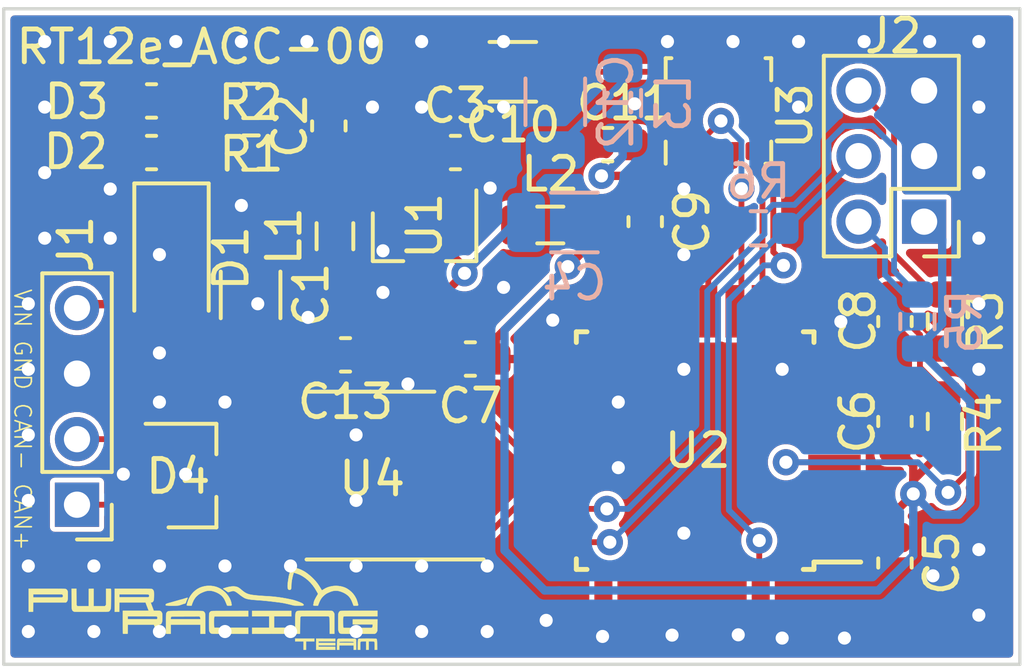
<source format=kicad_pcb>
(kicad_pcb (version 20171130) (host pcbnew "(5.1.9)-1")
  (layers (0 F.Cu signal) (31 B.Cu signal) (34 B.Paste user) (35 F.Paste user) (36 B.SilkS user) (37 F.SilkS user) (38 B.Mask user) (39 F.Mask user) (44 Edge.Cuts user))
  (net 0 "")
  (net 1 GND)
  (net 2 "Net-(C1-Pad1)")
  (net 3 +5V)
  (net 4 +3V3)
  (net 5 "Net-(D2-Pad2)")
  (net 6 "Net-(D3-Pad2)")
  (net 7 /STM32/RESET)
  (net 8 /STM32/SWCLK)
  (net 9 /SWD_connect.sch/SDWIO)
  (net 10 /STM32/DI_IAM_INT)
  (net 11 /CAN/CAN_RX)
  (net 12 /IAM-20680/SDI)
  (net 13 /IAM-20680/SDO)
  (net 14 /IAM-20680/SPC)
  (net 15 /IAM-20680/CS)
  (net 16 "Net-(U3-Pad7)")
  (net 17 /IAM-20680/ACC_V+)
  (net 18 /IAM-20680/REGOUT)
  (net 19 /STM32/STM_V+)
  (net 20 /CAN/CAN_TX)
  (net 21 /CAN+)
  (net 22 /CAN-)
  (net 23 /VIN)
  (net 24 /STM32/STM_RESET)
  (module Package_LGA:LGA-16_3x3mm_P0.5mm_LayoutBorder3x5y (layer F.Cu) (at 157.5562 83.6168 90)
    (fp_text reference U3 (at -0.1524 2.3368 90) (layer F.SilkS))
    (fp_text value IAM-20680)
    (pad 1 smd roundrect (at -1.225 -1 90) (size 0.55 0.35) (layers F.Cu F.Paste F.Mask) (net 17 /IAM-20680/ACC_V+))
    (pad 2 smd roundrect (at -1.225 -0.5 90) (size 0.55 0.35) (layers F.Cu F.Paste F.Mask) (net 14 /IAM-20680/SPC))
    (pad 3 smd roundrect (at -1.225 0 90) (size 0.55 0.35) (layers F.Cu F.Paste F.Mask) (net 12 /IAM-20680/SDI))
    (pad 4 smd roundrect (at -1.225 0.5 90) (size 0.55 0.35) (layers F.Cu F.Paste F.Mask) (net 13 /IAM-20680/SDO))
    (pad 5 smd roundrect (at -1.225 1 90) (size 0.55 0.35) (layers F.Cu F.Paste F.Mask) (net 15 /IAM-20680/CS))
    (pad 6 smd roundrect (at -0.5 1.225 90) (size 0.35 0.55) (layers F.Cu F.Paste F.Mask) (net 10 /STM32/DI_IAM_INT))
    (pad 7 smd roundrect (at 0 1.225 90) (size 0.35 0.55) (layers F.Cu F.Paste F.Mask) (net 16 "Net-(U3-Pad7)"))
    (pad 8 smd roundrect (at 0.5 1.225 90) (size 0.35 0.55) (layers F.Cu F.Paste F.Mask) (net 1 GND))
    (pad 9 smd roundrect (at 1.225 1 90) (size 0.55 0.35) (layers F.Cu F.Paste F.Mask) (net 1 GND))
    (pad 10 smd roundrect (at 1.225 0.5 90) (size 0.55 0.35) (layers F.Cu F.Paste F.Mask) (net 1 GND))
    (pad 11 smd roundrect (at 1.225 0 90) (size 0.55 0.35) (layers F.Cu F.Paste F.Mask) (net 1 GND))
    (pad 12 smd roundrect (at 1.225 -0.5 90) (size 0.55 0.35) (layers F.Cu F.Paste F.Mask) (net 1 GND))
    (pad 13 smd roundrect (at 1.225 -1 90) (size 0.55 0.35) (layers F.Cu F.Paste F.Mask) (net 1 GND))
    (pad 14 smd roundrect (at 0.5 -1.225 90) (size 0.35 0.55) (layers F.Cu F.Paste F.Mask) (net 18 /IAM-20680/REGOUT))
    (pad 15 smd roundrect (at 0 -1.225 90) (size 0.35 0.55) (layers F.Cu F.Paste F.Mask) (net 1 GND))
    (pad 16 smd roundrect (at -0.5 -1.225 90) (size 0.35 0.55) (layers F.Cu F.Paste F.Mask) (net 17 /IAM-20680/ACC_V+))
  )
  (module Capacitor_SMD:C_0603_1608Metric (layer F.Cu) (at 145.669 84.074 90)
    (fp_text reference C2 (at 0 -1.1938 270) (layer F.SilkS))
    (fp_text value 100nF)
    (pad 2 smd roundrect (at 0.775 0 90) (size 0.9 0.95) (layers F.Cu F.Paste F.Mask) (net 1 GND))
    (pad 1 smd roundrect (at -0.775 0 90) (size 0.9 0.95) (layers F.Cu F.Paste F.Mask) (net 3 +5V))
  )
  (module LOGO:PWR_logo_11x2,5 (layer F.Cu) (at 143.51 98.806)
    (fp_text reference Ref** hide)
    (fp_text value Val** hide)
  )
  (module Capacitor_SMD:C_0603_1608Metric (layer F.Cu) (at 162.941 90.043 270)
    (fp_text reference C8 (at -0.0254 1.1176 270) (layer F.SilkS))
    (fp_text value 100nF)
    (pad 1 smd roundrect (at -0.775 0 270) (size 0.9 0.95) (layers F.Cu F.Paste F.Mask) (net 24 /STM32/STM_RESET))
    (pad 2 smd roundrect (at 0.775 0 270) (size 0.9 0.95) (layers F.Cu F.Paste F.Mask) (net 1 GND))
  )
  (module Capacitor_SMD:C_0603_1608Metric (layer F.Cu) (at 162.941 97.409 270)
    (fp_text reference C5 (at 0 -1.43 90) (layer F.SilkS))
    (fp_text value 100nF)
    (pad 2 smd roundrect (at 0.775 0 270) (size 0.9 0.95) (layers F.Cu F.Paste F.Mask) (net 1 GND))
    (pad 1 smd roundrect (at -0.775 0 270) (size 0.9 0.95) (layers F.Cu F.Paste F.Mask) (net 19 /STM32/STM_V+))
  )
  (module Package_QFP:TQFP-32_7x7mm_P0.8mm (layer F.Cu) (at 156.845 93.98 180)
    (fp_text reference U2 (at -0.0762 0) (layer F.SilkS))
    (fp_text value STM32F042K6Tx)
    (pad 1 smd rect (at -4.25 -2.8 180) (size 1.6 0.55) (layers F.Cu F.Paste F.Mask) (net 19 /STM32/STM_V+))
    (pad 2 smd rect (at -4.25 -2 180) (size 1.6 0.55) (layers F.Cu F.Paste F.Mask) (net 1 GND))
    (pad 3 smd rect (at -4.25 -1.2 180) (size 1.6 0.55) (layers F.Cu F.Paste F.Mask) (net 1 GND))
    (pad 4 smd rect (at -4.25 -0.4 180) (size 1.6 0.55) (layers F.Cu F.Paste F.Mask) (net 24 /STM32/STM_RESET))
    (pad 5 smd rect (at -4.25 0.4 180) (size 1.6 0.55) (layers F.Cu F.Paste F.Mask) (net 19 /STM32/STM_V+))
    (pad 6 smd rect (at -4.25 1.2 180) (size 1.6 0.55) (layers F.Cu F.Paste F.Mask) (net 1 GND))
    (pad 7 smd rect (at -4.25 2 180) (size 1.6 0.55) (layers F.Cu F.Paste F.Mask) (net 1 GND))
    (pad 8 smd rect (at -4.25 2.8 180) (size 1.6 0.55) (layers F.Cu F.Paste F.Mask) (net 1 GND))
    (pad 9 smd rect (at -2.8 4.25 270) (size 1.6 0.55) (layers F.Cu F.Paste F.Mask) (net 1 GND))
    (pad 10 smd rect (at -2 4.25 270) (size 1.6 0.55) (layers F.Cu F.Paste F.Mask) (net 15 /IAM-20680/CS))
    (pad 11 smd rect (at -1.2 4.25 270) (size 1.6 0.55) (layers F.Cu F.Paste F.Mask) (net 14 /IAM-20680/SPC))
    (pad 12 smd rect (at -0.4 4.25 270) (size 1.6 0.55) (layers F.Cu F.Paste F.Mask) (net 13 /IAM-20680/SDO))
    (pad 13 smd rect (at 0.4 4.25 270) (size 1.6 0.55) (layers F.Cu F.Paste F.Mask) (net 12 /IAM-20680/SDI))
    (pad 14 smd rect (at 1.2 4.25 270) (size 1.6 0.55) (layers F.Cu F.Paste F.Mask) (net 1 GND))
    (pad 15 smd rect (at 2 4.25 270) (size 1.6 0.55) (layers F.Cu F.Paste F.Mask) (net 1 GND))
    (pad 16 smd rect (at 2.8 4.25 270) (size 1.6 0.55) (layers F.Cu F.Paste F.Mask) (net 1 GND))
    (pad 17 smd rect (at 4.25 2.8 180) (size 1.6 0.55) (layers F.Cu F.Paste F.Mask) (net 19 /STM32/STM_V+))
    (pad 18 smd rect (at 4.25 2 180) (size 1.6 0.55) (layers F.Cu F.Paste F.Mask) (net 1 GND))
    (pad 19 smd rect (at 4.25 1.2 180) (size 1.6 0.55) (layers F.Cu F.Paste F.Mask) (net 1 GND))
    (pad 20 smd rect (at 4.25 0.4 180) (size 1.6 0.55) (layers F.Cu F.Paste F.Mask) (net 1 GND))
    (pad 21 smd rect (at 4.25 -0.4 180) (size 1.6 0.55) (layers F.Cu F.Paste F.Mask) (net 11 /CAN/CAN_RX))
    (pad 22 smd rect (at 4.25 -1.2 180) (size 1.6 0.55) (layers F.Cu F.Paste F.Mask) (net 20 /CAN/CAN_TX))
    (pad 23 smd rect (at 4.25 -2 180) (size 1.6 0.55) (layers F.Cu F.Paste F.Mask) (net 9 /SWD_connect.sch/SDWIO))
    (pad 24 smd rect (at 4.25 -2.8 180) (size 1.6 0.55) (layers F.Cu F.Paste F.Mask) (net 8 /STM32/SWCLK))
    (pad 25 smd rect (at 2.8 -4.25 270) (size 1.6 0.55) (layers F.Cu F.Paste F.Mask))
    (pad 26 smd rect (at 2 -4.25 270) (size 1.6 0.55) (layers F.Cu F.Paste F.Mask) (net 1 GND))
    (pad 27 smd rect (at 1.2 -4.25 270) (size 1.6 0.55) (layers F.Cu F.Paste F.Mask) (net 1 GND))
    (pad 28 smd rect (at 0.4 -4.25 270) (size 1.6 0.55) (layers F.Cu F.Paste F.Mask) (net 1 GND))
    (pad 29 smd rect (at -0.4 -4.25 270) (size 1.6 0.55) (layers F.Cu F.Paste F.Mask) (net 1 GND))
    (pad 30 smd rect (at -1.2 -4.25 270) (size 1.6 0.55) (layers F.Cu F.Paste F.Mask) (net 1 GND))
    (pad 31 smd rect (at -2 -4.25 270) (size 1.6 0.55) (layers F.Cu F.Paste F.Mask) (net 10 /STM32/DI_IAM_INT))
    (pad 32 smd rect (at -2.8 -4.25 270) (size 1.6 0.55) (layers F.Cu F.Paste F.Mask) (net 1 GND))
  )
  (module Resistor_SMD:R_0603_1608Metric (layer B.Cu) (at 163.6268 90.043 90)
    (fp_text reference R5 (at 0 1.43 90) (layer B.SilkS) (effects (justify mirror)))
    (fp_text value 10K)
    (pad 2 smd roundrect (at 0.825 0 90) (size 0.8 0.95) (layers B.Cu B.Paste B.Mask) (net 9 /SWD_connect.sch/SDWIO))
    (pad 1 smd roundrect (at -0.825 0 90) (size 0.8 0.95) (layers B.Cu B.Paste B.Mask) (net 19 /STM32/STM_V+))
  )
  (module Resistor_SMD:R_0603_1608Metric (layer B.Cu) (at 158.7754 87.1982 180)
    (fp_text reference R6 (at 0 1.43) (layer B.SilkS) (effects (justify mirror)))
    (fp_text value 10K)
    (pad 1 smd roundrect (at -0.825 0 180) (size 0.8 0.95) (layers B.Cu B.Paste B.Mask) (net 8 /STM32/SWCLK))
    (pad 2 smd roundrect (at 0.825 0 180) (size 0.8 0.95) (layers B.Cu B.Paste B.Mask) (net 1 GND))
  )
  (module Package_TO_SOT_SMD:SOT-23 (layer F.Cu) (at 148.59 87.4395 270)
    (fp_text reference U1 (at -0.3175 0 270) (layer F.SilkS))
    (fp_text value LM1085-3.3)
    (pad 1 smd rect (at -1 -0.95 270) (size 0.9 0.8) (layers F.Cu F.Paste F.Mask) (net 1 GND))
    (pad 2 smd rect (at -1 0.95 270) (size 0.9 0.8) (layers F.Cu F.Paste F.Mask) (net 4 +3V3))
    (pad 3 smd rect (at 1 0 270) (size 0.9 0.8) (layers F.Cu F.Paste F.Mask) (net 3 +5V))
  )
  (module Capacitor_SMD:C_1206_3216Metric (layer F.Cu) (at 143.2814 89.2302 270)
    (fp_text reference C1 (at 0 -1.85 270) (layer F.SilkS))
    (fp_text value 10uF)
    (pad 1 smd roundrect (at -1.475 0 270) (size 1.15 1.8) (layers F.Cu F.Paste F.Mask) (roundrect_rratio 0.2173904347826087) (net 2 "Net-(C1-Pad1)"))
    (pad 2 smd roundrect (at 1.475 0 270) (size 1.15 1.8) (layers F.Cu F.Paste F.Mask) (roundrect_rratio 0.2173904347826087) (net 1 GND))
  )
  (module Capacitor_SMD:C_0603_1608Metric (layer F.Cu) (at 149.5298 84.8868)
    (fp_text reference C3 (at 0 -1.43 180) (layer F.SilkS))
    (fp_text value 100nF)
    (pad 2 smd roundrect (at 0.775 0) (size 0.9 0.95) (layers F.Cu F.Paste F.Mask) (net 1 GND))
    (pad 1 smd roundrect (at -0.775 0) (size 0.9 0.95) (layers F.Cu F.Paste F.Mask) (net 4 +3V3))
  )
  (module Capacitor_SMD:C_1206_3216Metric (layer B.Cu) (at 153.162 87.0204)
    (fp_text reference C4 (at 0 1.85 180) (layer B.SilkS) (effects (justify mirror)))
    (fp_text value 1uF)
    (pad 2 smd roundrect (at 1.475 0) (size 1.15 1.8) (layers B.Cu B.Paste B.Mask) (roundrect_rratio 0.2173904347826087) (net 1 GND))
    (pad 1 smd roundrect (at -1.475 0) (size 1.15 1.8) (layers B.Cu B.Paste B.Mask) (roundrect_rratio 0.2173904347826087) (net 4 +3V3))
  )
  (module Capacitor_SMD:C_0603_1608Metric (layer F.Cu) (at 162.941 93.091 90)
    (fp_text reference C6 (at 0 -1.143 90) (layer F.SilkS))
    (fp_text value 100nF)
    (pad 2 smd roundrect (at 0.775 0 90) (size 0.9 0.95) (layers F.Cu F.Paste F.Mask) (net 1 GND))
    (pad 1 smd roundrect (at -0.775 0 90) (size 0.9 0.95) (layers F.Cu F.Paste F.Mask) (net 19 /STM32/STM_V+))
  )
  (module Capacitor_SMD:C_0603_1608Metric (layer F.Cu) (at 149.987 91.186 180)
    (fp_text reference C7 (at 0 -1.43) (layer F.SilkS))
    (fp_text value 100nF)
    (pad 1 smd roundrect (at -0.775 0 180) (size 0.9 0.95) (layers F.Cu F.Paste F.Mask) (net 19 /STM32/STM_V+))
    (pad 2 smd roundrect (at 0.775 0 180) (size 0.9 0.95) (layers F.Cu F.Paste F.Mask) (net 1 GND))
  )
  (module Capacitor_SMD:C_0603_1608Metric (layer F.Cu) (at 155.321 86.995 270)
    (fp_text reference C9 (at 0 -1.43 90) (layer F.SilkS))
    (fp_text value 100nF)
    (pad 2 smd roundrect (at 0.775 0 270) (size 0.9 0.95) (layers F.Cu F.Paste F.Mask) (net 1 GND))
    (pad 1 smd roundrect (at -0.775 0 270) (size 0.9 0.95) (layers F.Cu F.Paste F.Mask) (net 17 /IAM-20680/ACC_V+))
  )
  (module Capacitor_SMD:C_1206_3216Metric (layer F.Cu) (at 151.2824 82.423 180)
    (fp_text reference C10 (at 0 -1.6256) (layer F.SilkS))
    (fp_text value 0.47uF)
    (pad 1 smd roundrect (at -1.475 0 180) (size 1.15 1.8) (layers F.Cu F.Paste F.Mask) (roundrect_rratio 0.2173904347826087) (net 18 /IAM-20680/REGOUT))
    (pad 2 smd roundrect (at 1.475 0 180) (size 1.15 1.8) (layers F.Cu F.Paste F.Mask) (roundrect_rratio 0.2173904347826087) (net 1 GND))
  )
  (module Capacitor_SMD:C_0603_1608Metric (layer F.Cu) (at 154.178 84.6455 180)
    (fp_text reference C11 (at -0.508 1.27) (layer F.SilkS))
    (fp_text value 100nF)
    (pad 1 smd roundrect (at -0.775 0 180) (size 0.9 0.95) (layers F.Cu F.Paste F.Mask) (net 17 /IAM-20680/ACC_V+))
    (pad 2 smd roundrect (at 0.775 0 180) (size 0.9 0.95) (layers F.Cu F.Paste F.Mask) (net 1 GND))
  )
  (module Capacitor_SMD:C_1206_3216Metric (layer B.Cu) (at 152.5778 83.3374 90)
    (fp_text reference C12 (at 0 1.85 90) (layer B.SilkS) (effects (justify mirror)))
    (fp_text value 10uF)
    (pad 1 smd roundrect (at -1.475 0 90) (size 1.15 1.8) (layers B.Cu B.Paste B.Mask) (roundrect_rratio 0.2173904347826087) (net 4 +3V3))
    (pad 2 smd roundrect (at 1.475 0 90) (size 1.15 1.8) (layers B.Cu B.Paste B.Mask) (roundrect_rratio 0.2173904347826087) (net 1 GND))
  )
  (module Capacitor_SMD:C_0603_1608Metric (layer F.Cu) (at 146.177 91.059 180)
    (fp_text reference C13 (at 0 -1.43) (layer F.SilkS))
    (fp_text value 100nF)
    (pad 1 smd roundrect (at -0.775 0 180) (size 0.9 0.95) (layers F.Cu F.Paste F.Mask) (net 4 +3V3))
    (pad 2 smd roundrect (at 0.775 0 180) (size 0.9 0.95) (layers F.Cu F.Paste F.Mask) (net 1 GND))
  )
  (module Diode_SMD:D_1206_3216Metric (layer F.Cu) (at 140.8684 88.1126 270)
    (fp_text reference D1 (at 0 -1.82 90) (layer F.SilkS))
    (fp_text value D)
    (pad 1 smd roundrect (at -1.4 0 270) (size 1.25 1.75) (layers F.Cu F.Paste F.Mask) (roundrect_rratio 0.2) (net 2 "Net-(C1-Pad1)"))
    (pad 2 smd roundrect (at 1.4 0 270) (size 1.25 1.75) (layers F.Cu F.Paste F.Mask) (roundrect_rratio 0.2) (net 23 /VIN))
  )
  (module Capacitor_SMD:C_0603_1608Metric (layer F.Cu) (at 140.2588 84.8868)
    (fp_text reference D2 (at -2.3114 -0.0254) (layer F.SilkS))
    (fp_text value D)
    (pad 2 smd roundrect (at 0.775 0) (size 0.9 0.95) (layers F.Cu F.Paste F.Mask) (net 5 "Net-(D2-Pad2)"))
    (pad 1 smd roundrect (at -0.775 0) (size 0.9 0.95) (layers F.Cu F.Paste F.Mask) (net 1 GND))
  )
  (module Capacitor_SMD:C_0603_1608Metric (layer F.Cu) (at 140.2588 83.312)
    (fp_text reference D3 (at -2.286 0.0254) (layer F.SilkS))
    (fp_text value D)
    (pad 2 smd roundrect (at 0.775 0) (size 0.9 0.95) (layers F.Cu F.Paste F.Mask) (net 6 "Net-(D3-Pad2)"))
    (pad 1 smd roundrect (at -0.775 0) (size 0.9 0.95) (layers F.Cu F.Paste F.Mask) (net 1 GND))
  )
  (module Package_TO_SOT_SMD:SOT-23 (layer F.Cu) (at 141.478 94.742)
    (fp_text reference D4 (at -0.4064 0.0254) (layer F.SilkS))
    (fp_text value NUP2105L)
    (pad 3 smd rect (at 1 0) (size 0.9 0.8) (layers F.Cu F.Paste F.Mask) (net 1 GND))
    (pad 2 smd rect (at -1 0.95) (size 0.9 0.8) (layers F.Cu F.Paste F.Mask) (net 21 /CAN+))
    (pad 1 smd rect (at -1 -0.95) (size 0.9 0.8) (layers F.Cu F.Paste F.Mask) (net 22 /CAN-))
  )
  (module Connector_PinHeader_2.00mm:PinHeader_1x04_P2.00mm_Vertical (layer F.Cu) (at 137.9855 95.631 180)
    (fp_text reference J1 (at 0.0381 7.9502 90) (layer F.SilkS))
    (fp_text value 5V_CAN)
    (pad 1 thru_hole rect (at 0 0 180) (size 1.35 1.35) (drill 0.8) (layers *.Cu *.Mask) (net 21 /CAN+))
    (pad 2 thru_hole oval (at 0 2 180) (size 1.35 1.35) (drill 0.8) (layers *.Cu *.Mask) (net 22 /CAN-))
    (pad 3 thru_hole oval (at 0 4 180) (size 1.35 1.35) (drill 0.8) (layers *.Cu *.Mask) (net 1 GND))
    (pad 4 thru_hole oval (at 0 6 180) (size 1.35 1.35) (drill 0.8) (layers *.Cu *.Mask) (net 23 /VIN))
  )
  (module Connector_PinHeader_2.00mm:PinHeader_2x03_P2.00mm_Vertical (layer F.Cu) (at 163.83 86.995 180)
    (fp_text reference J2 (at 0.9398 5.6642) (layer F.SilkS))
    (fp_text value SWD)
    (pad 1 thru_hole rect (at 0 0 180) (size 1.35 1.35) (drill 0.8) (layers *.Cu *.Mask) (net 19 /STM32/STM_V+))
    (pad 2 thru_hole oval (at 2 0 180) (size 1.35 1.35) (drill 0.8) (layers *.Cu *.Mask) (net 9 /SWD_connect.sch/SDWIO))
    (pad 3 thru_hole oval (at 0 2 180) (size 1.35 1.35) (drill 0.8) (layers *.Cu *.Mask) (net 1 GND))
    (pad 4 thru_hole oval (at 2 2 180) (size 1.35 1.35) (drill 0.8) (layers *.Cu *.Mask) (net 8 /STM32/SWCLK))
    (pad 5 thru_hole oval (at 0 4 180) (size 1.35 1.35) (drill 0.8) (layers *.Cu *.Mask) (net 1 GND))
    (pad 6 thru_hole oval (at 2 4 180) (size 1.35 1.35) (drill 0.8) (layers *.Cu *.Mask) (net 7 /STM32/RESET))
  )
  (module Inductor_SMD:L_0805_2012Metric (layer F.Cu) (at 145.855001 87.4395 90)
    (fp_text reference L1 (at 0 -1.55 270) (layer F.SilkS))
    (fp_text value L)
    (pad 1 smd roundrect (at -1.0625 0 90) (size 0.875 1.2) (layers F.Cu F.Paste F.Mask) (net 2 "Net-(C1-Pad1)"))
    (pad 2 smd roundrect (at 1.0625 0 90) (size 0.875 1.2) (layers F.Cu F.Paste F.Mask) (net 3 +5V))
  )
  (module Inductor_SMD:L_0805_2012Metric (layer F.Cu) (at 152.4254 87.0966)
    (fp_text reference L2 (at 0 -1.55 180) (layer F.SilkS))
    (fp_text value L)
    (pad 2 smd roundrect (at 1.0625 0) (size 0.875 1.2) (layers F.Cu F.Paste F.Mask) (net 19 /STM32/STM_V+))
    (pad 1 smd roundrect (at -1.0625 0) (size 0.875 1.2) (layers F.Cu F.Paste F.Mask) (net 4 +3V3))
  )
  (module Inductor_SMD:L_0805_2012Metric (layer B.Cu) (at 154.6352 83.3755 90)
    (fp_text reference L3 (at 0 1.55 90) (layer B.SilkS) (effects (justify mirror)))
    (fp_text value L)
    (pad 1 smd roundrect (at -1.0625 0 90) (size 0.875 1.2) (layers B.Cu B.Paste B.Mask) (net 17 /IAM-20680/ACC_V+))
    (pad 2 smd roundrect (at 1.0625 0 90) (size 0.875 1.2) (layers B.Cu B.Paste B.Mask) (net 4 +3V3))
  )
  (module Package_SO:SOIC-8_3.9x4.9mm_P1.27mm (layer F.Cu) (at 146.939 94.742 180)
    (fp_text reference U4 (at -0.0508 -0.1016) (layer F.SilkS))
    (fp_text value SN65HVD230)
    (pad 1 smd roundrect (at -2.475 -1.905 180) (size 1.95 0.6) (layers F.Cu F.Paste F.Mask) (net 20 /CAN/CAN_TX))
    (pad 2 smd roundrect (at -2.475 -0.635 180) (size 1.95 0.6) (layers F.Cu F.Paste F.Mask) (net 1 GND))
    (pad 3 smd roundrect (at -2.475 0.635 180) (size 1.95 0.6) (layers F.Cu F.Paste F.Mask) (net 4 +3V3))
    (pad 4 smd roundrect (at -2.475 1.905 180) (size 1.95 0.6) (layers F.Cu F.Paste F.Mask) (net 11 /CAN/CAN_RX))
    (pad 5 smd roundrect (at 2.475 1.905 180) (size 1.95 0.6) (layers F.Cu F.Paste F.Mask))
    (pad 6 smd roundrect (at 2.475 0.635 180) (size 1.95 0.6) (layers F.Cu F.Paste F.Mask) (net 22 /CAN-))
    (pad 7 smd roundrect (at 2.475 -0.635 180) (size 1.95 0.6) (layers F.Cu F.Paste F.Mask) (net 21 /CAN+))
    (pad 8 smd roundrect (at 2.475 -1.905 180) (size 1.95 0.6) (layers F.Cu F.Paste F.Mask) (net 1 GND))
  )
  (module Resistor_SMD:R_0603_1608Metric (layer F.Cu) (at 143.2938 84.8868 180)
    (fp_text reference R1 (at -0.013 -0.0508) (layer F.SilkS))
    (fp_text value 270)
    (pad 2 smd roundrect (at 0.825 0 180) (size 0.8 0.95) (layers F.Cu F.Paste F.Mask) (net 5 "Net-(D2-Pad2)"))
    (pad 1 smd roundrect (at -0.825 0 180) (size 0.8 0.95) (layers F.Cu F.Paste F.Mask) (net 3 +5V))
  )
  (module Resistor_SMD:R_0603_1608Metric (layer F.Cu) (at 143.2938 83.312 180)
    (fp_text reference R2 (at 0.0124 -0.0508) (layer F.SilkS))
    (fp_text value 150)
    (pad 1 smd roundrect (at -0.825 0 180) (size 0.8 0.95) (layers F.Cu F.Paste F.Mask) (net 4 +3V3))
    (pad 2 smd roundrect (at 0.825 0 180) (size 0.8 0.95) (layers F.Cu F.Paste F.Mask) (net 6 "Net-(D3-Pad2)"))
  )
  (module Resistor_SMD:R_0603_1608Metric (layer F.Cu) (at 164.465 90.043 90)
    (fp_text reference R3 (at -0.0254 1.2446 90) (layer F.SilkS))
    (fp_text value 100)
    (pad 1 smd roundrect (at -0.825 0 90) (size 0.8 0.95) (layers F.Cu F.Paste F.Mask) (net 24 /STM32/STM_RESET))
    (pad 2 smd roundrect (at 0.825 0 90) (size 0.8 0.95) (layers F.Cu F.Paste F.Mask) (net 7 /STM32/RESET))
  )
  (module Resistor_SMD:R_0603_1608Metric (layer F.Cu) (at 164.465 93.091 90)
    (fp_text reference R4 (at -0.0762 1.1938 90) (layer F.SilkS))
    (fp_text value 10K)
    (pad 2 smd roundrect (at 0.825 0 90) (size 0.8 0.95) (layers F.Cu F.Paste F.Mask) (net 24 /STM32/STM_RESET))
    (pad 1 smd roundrect (at -0.825 0 90) (size 0.8 0.95) (layers F.Cu F.Paste F.Mask) (net 19 /STM32/STM_V+))
  )
  (gr_text RT12e_ACC-00 (at 141.7828 81.661) (layer F.SilkS) (effects (font (size 1 1))))
  (gr_text "VIN GND CAN- CAN+" (at 136.3218 93.0402 270) (layer F.SilkS) (effects (font (size 0.5 0.5) (thickness 0.05))))
  (gr_line (start 166.75 80.5) (end 166.75 100.5) (layer Edge.Cuts) (width 0.1))
  (gr_line (start 135.75 80.5) (end 166.75 80.5) (layer Edge.Cuts) (width 0.1))
  (gr_line (start 135.75 100.5) (end 135.75 80.5) (layer Edge.Cuts) (width 0.1))
  (gr_line (start 166.75 100.5) (end 135.75 100.5) (layer Edge.Cuts) (width 0.1))
  (via (at 150.59 85.97) (size 0.8) (drill 0.4) (layers F.Cu B.Cu) (net 1))
  (via (at 161.29 90.043) (size 0.8) (drill 0.4) (layers F.Cu B.Cu) (net 1))
  (segment (start 162.991 90.818) (end 162.941 90.868) (width 0.1778) (layer F.Cu) (net 1))
  (via (at 137 81.5) (size 0.8) (drill 0.4) (layers F.Cu B.Cu) (net 1))
  (via (at 139 81.5) (size 0.8) (drill 0.4) (layers F.Cu B.Cu) (net 1))
  (via (at 141 81.5) (size 0.8) (drill 0.4) (layers F.Cu B.Cu) (net 1))
  (via (at 143 81.5) (size 0.8) (drill 0.4) (layers F.Cu B.Cu) (net 1))
  (via (at 145 81.5) (size 0.8) (drill 0.4) (layers F.Cu B.Cu) (net 1))
  (via (at 147 81.5) (size 0.8) (drill 0.4) (layers F.Cu B.Cu) (net 1))
  (via (at 148.5 81.5) (size 0.8) (drill 0.4) (layers F.Cu B.Cu) (net 1))
  (via (at 137 83.5) (size 0.8) (drill 0.4) (layers F.Cu B.Cu) (net 1))
  (via (at 137 85.5) (size 0.8) (drill 0.4) (layers F.Cu B.Cu) (net 1))
  (via (at 137 87.5) (size 0.8) (drill 0.4) (layers F.Cu B.Cu) (net 1))
  (via (at 139 87.5) (size 0.8) (drill 0.4) (layers F.Cu B.Cu) (net 1))
  (via (at 139 86) (size 0.8) (drill 0.4) (layers F.Cu B.Cu) (net 1))
  (via (at 136.5 89.5) (size 0.8) (drill 0.4) (layers F.Cu B.Cu) (net 1))
  (via (at 136.5 91.5) (size 0.8) (drill 0.4) (layers F.Cu B.Cu) (net 1))
  (via (at 136.5 93.5) (size 0.8) (drill 0.4) (layers F.Cu B.Cu) (net 1))
  (via (at 136.5 95.5) (size 0.8) (drill 0.4) (layers F.Cu B.Cu) (net 1))
  (via (at 136.5 97.5) (size 0.8) (drill 0.4) (layers F.Cu B.Cu) (net 1))
  (via (at 136.5 99.5) (size 0.8) (drill 0.4) (layers F.Cu B.Cu) (net 1))
  (via (at 138.5 99.5) (size 0.8) (drill 0.4) (layers F.Cu B.Cu) (net 1))
  (via (at 138.5 97.5) (size 0.8) (drill 0.4) (layers F.Cu B.Cu) (net 1))
  (via (at 140.5 97.5) (size 0.8) (drill 0.4) (layers F.Cu B.Cu) (net 1))
  (via (at 140.5 99.5) (size 0.8) (drill 0.4) (layers F.Cu B.Cu) (net 1))
  (via (at 142.5 99.5) (size 0.8) (drill 0.4) (layers F.Cu B.Cu) (net 1))
  (via (at 142.5 97.5) (size 0.8) (drill 0.4) (layers F.Cu B.Cu) (net 1))
  (via (at 144.5 97.5) (size 0.8) (drill 0.4) (layers F.Cu B.Cu) (net 1))
  (via (at 144.5 99.5) (size 0.8) (drill 0.4) (layers F.Cu B.Cu) (net 1))
  (via (at 146.5 99.5) (size 0.8) (drill 0.4) (layers F.Cu B.Cu) (net 1))
  (via (at 146.5 97.5) (size 0.8) (drill 0.4) (layers F.Cu B.Cu) (net 1))
  (via (at 148.5 97.5) (size 0.8) (drill 0.4) (layers F.Cu B.Cu) (net 1))
  (via (at 148.5 99.5) (size 0.8) (drill 0.4) (layers F.Cu B.Cu) (net 1))
  (via (at 150.5 99.5) (size 0.8) (drill 0.4) (layers F.Cu B.Cu) (net 1))
  (via (at 150.5 97.5) (size 0.8) (drill 0.4) (layers F.Cu B.Cu) (net 1))
  (via (at 165.5 99) (size 0.8) (drill 0.4) (layers F.Cu B.Cu) (net 1))
  (via (at 165.5 97) (size 0.8) (drill 0.4) (layers F.Cu B.Cu) (net 1))
  (via (at 154.5 94.5) (size 0.8) (drill 0.4) (layers F.Cu B.Cu) (net 1))
  (via (at 154.5 92.5) (size 0.8) (drill 0.4) (layers F.Cu B.Cu) (net 1))
  (via (at 156.5 91.5) (size 0.8) (drill 0.4) (layers F.Cu B.Cu) (net 1))
  (via (at 156.5 96.5) (size 0.8) (drill 0.4) (layers F.Cu B.Cu) (net 1))
  (via (at 159.5 91.5) (size 0.8) (drill 0.4) (layers F.Cu B.Cu) (net 1))
  (via (at 147 83.5) (size 0.8) (drill 0.4) (layers F.Cu B.Cu) (net 1))
  (via (at 148.5 83.5) (size 0.8) (drill 0.4) (layers F.Cu B.Cu) (net 1))
  (via (at 151 83.5) (size 0.8) (drill 0.4) (layers F.Cu B.Cu) (net 1))
  (via (at 151 81.5) (size 0.8) (drill 0.4) (layers F.Cu B.Cu) (net 1))
  (via (at 143 86.5) (size 0.8) (drill 0.4) (layers F.Cu B.Cu) (net 1))
  (via (at 143.5 89.5) (size 0.8) (drill 0.4) (layers F.Cu B.Cu) (net 1))
  (via (at 140.5 88) (size 0.8) (drill 0.4) (layers F.Cu B.Cu) (net 1))
  (via (at 140.5 91) (size 0.8) (drill 0.4) (layers F.Cu B.Cu) (net 1))
  (via (at 140.5 92.5) (size 0.8) (drill 0.4) (layers F.Cu B.Cu) (net 1))
  (via (at 142.5 92.5) (size 0.8) (drill 0.4) (layers F.Cu B.Cu) (net 1))
  (via (at 146.5 95.5) (size 0.8) (drill 0.4) (layers F.Cu B.Cu) (net 1))
  (via (at 146.5 93.5) (size 0.8) (drill 0.4) (layers F.Cu B.Cu) (net 1))
  (via (at 151 89) (size 0.8) (drill 0.4) (layers F.Cu B.Cu) (net 1))
  (via (at 156.5 88) (size 0.8) (drill 0.4) (layers F.Cu B.Cu) (net 1))
  (via (at 156.5 86) (size 0.8) (drill 0.4) (layers F.Cu B.Cu) (net 1))
  (via (at 160 83.5) (size 0.8) (drill 0.4) (layers F.Cu B.Cu) (net 1))
  (via (at 160 81.5) (size 0.8) (drill 0.4) (layers F.Cu B.Cu) (net 1))
  (via (at 158 81.5) (size 0.8) (drill 0.4) (layers F.Cu B.Cu) (net 1))
  (via (at 156 81.5) (size 0.8) (drill 0.4) (layers F.Cu B.Cu) (net 1))
  (via (at 162 81.5) (size 0.8) (drill 0.4) (layers F.Cu B.Cu) (net 1))
  (via (at 164 81.5) (size 0.8) (drill 0.4) (layers F.Cu B.Cu) (net 1))
  (via (at 165.5 81.5) (size 0.8) (drill 0.4) (layers F.Cu B.Cu) (net 1))
  (via (at 165.5 83.5) (size 0.8) (drill 0.4) (layers F.Cu B.Cu) (net 1))
  (via (at 165.5 85.5) (size 0.8) (drill 0.4) (layers F.Cu B.Cu) (net 1))
  (via (at 165.5 87.5) (size 0.8) (drill 0.4) (layers F.Cu B.Cu) (net 1))
  (via (at 165.5 89.5) (size 0.8) (drill 0.4) (layers F.Cu B.Cu) (net 1))
  (via (at 165.5 91.5) (size 0.8) (drill 0.4) (layers F.Cu B.Cu) (net 1))
  (via (at 152.5 90) (size 0.8) (drill 0.4) (layers F.Cu B.Cu) (net 1))
  (via (at 147.32 87.884) (size 0.8) (drill 0.4) (layers F.Cu B.Cu) (net 1))
  (via (at 147.32 89.154) (size 0.8) (drill 0.4) (layers F.Cu B.Cu) (net 1))
  (via (at 145.034 89.916) (size 0.8) (drill 0.4) (layers F.Cu B.Cu) (net 1))
  (via (at 148.082 91.948) (size 0.8) (drill 0.4) (layers F.Cu B.Cu) (net 1))
  (via (at 159.5 99.7) (size 0.8) (drill 0.4) (layers F.Cu B.Cu) (net 1))
  (via (at 161.4 99.7) (size 0.8) (drill 0.4) (layers F.Cu B.Cu) (net 1))
  (via (at 141.3 94.7) (size 0.8) (drill 0.4) (layers F.Cu B.Cu) (net 1))
  (via (at 139.4 94.7) (size 0.8) (drill 0.4) (layers F.Cu B.Cu) (net 1))
  (via (at 155 83.4) (size 0.8) (drill 0.4) (layers F.Cu B.Cu) (net 1))
  (via (at 164.1 97.8) (size 0.8) (drill 0.4) (layers F.Cu B.Cu) (net 1))
  (via (at 154.02 99.65) (size 0.8) (drill 0.4) (layers F.Cu B.Cu) (net 1))
  (via (at 156.14 99.61) (size 0.8) (drill 0.4) (layers F.Cu B.Cu) (net 1))
  (via (at 158.16 99.6) (size 0.8) (drill 0.4) (layers F.Cu B.Cu) (net 1))
  (via (at 152.3 99.16) (size 0.8) (drill 0.4) (layers F.Cu B.Cu) (net 1))
  (segment (start 142.2388 86.7126) (end 143.2814 87.7552) (width 0.254) (layer F.Cu) (net 2))
  (segment (start 140.8684 86.7126) (end 142.2388 86.7126) (width 0.254) (layer F.Cu) (net 2))
  (segment (start 145.108201 87.7552) (end 145.855001 88.502) (width 0.254) (layer F.Cu) (net 2))
  (segment (start 143.2814 87.7552) (end 145.108201 87.7552) (width 0.254) (layer F.Cu) (net 2))
  (segment (start 145.855001 86.377) (end 145.855001 86.288599) (width 0.254) (layer F.Cu) (net 3))
  (segment (start 145.855001 85.035001) (end 145.7068 84.8868) (width 0.254) (layer F.Cu) (net 3))
  (segment (start 145.855001 86.377) (end 145.855001 85.035001) (width 0.254) (layer F.Cu) (net 3))
  (segment (start 145.7068 84.8868) (end 144.0688 84.8868) (width 0.254) (layer F.Cu) (net 3))
  (segment (start 148.59 88.4395) (end 148.3835 88.4395) (width 0.254) (layer F.Cu) (net 3))
  (segment (start 146.7104 85.8904) (end 145.7068 84.8868) (width 0.254) (layer F.Cu) (net 3))
  (segment (start 146.7104 86.771382) (end 146.7104 86.5378) (width 0.254) (layer F.Cu) (net 3))
  (segment (start 147.057119 87.118101) (end 146.7104 86.771382) (width 0.254) (layer F.Cu) (net 3))
  (segment (start 146.7104 86.5378) (end 146.7104 85.8904) (width 0.254) (layer F.Cu) (net 3))
  (segment (start 146.7104 86.7664) (end 146.7104 86.5378) (width 0.254) (layer F.Cu) (net 3))
  (segment (start 147.148599 87.204599) (end 148.041831 87.204599) (width 0.254) (layer F.Cu) (net 3))
  (segment (start 147.062101 87.118101) (end 147.148599 87.204599) (width 0.254) (layer F.Cu) (net 3))
  (segment (start 148.041831 87.204599) (end 148.554079 87.716847) (width 0.254) (layer F.Cu) (net 3))
  (segment (start 147.057119 87.118101) (end 147.062101 87.118101) (width 0.254) (layer F.Cu) (net 3))
  (segment (start 148.554079 88.403579) (end 148.59 88.4395) (width 0.254) (layer F.Cu) (net 3))
  (segment (start 148.554079 87.716847) (end 148.554079 88.403579) (width 0.254) (layer F.Cu) (net 3))
  (segment (start 152.478 84.9122) (end 152.5778 84.8124) (width 0.254) (layer B.Cu) (net 4))
  (segment (start 154.6352 82.755) (end 154.6352 82.313) (width 0.254) (layer B.Cu) (net 4))
  (segment (start 152.5778 84.8124) (end 154.6352 82.755) (width 0.254) (layer B.Cu) (net 4))
  (segment (start 149.10172 94.107) (end 149.414 94.107) (width 0.254) (layer F.Cu) (net 4))
  (segment (start 151.290599 87.168901) (end 151.3629 87.0966) (width 0.254) (layer F.Cu) (net 4))
  (segment (start 151.687 85.7032) (end 152.5778 84.8124) (width 0.254) (layer B.Cu) (net 4))
  (segment (start 151.687 87.0204) (end 151.687 85.7032) (width 0.254) (layer B.Cu) (net 4))
  (via (at 149.8092 88.5698) (size 0.8) (drill 0.4) (layers F.Cu B.Cu) (net 4))
  (segment (start 151.3586 87.0204) (end 149.8092 88.5698) (width 0.254) (layer B.Cu) (net 4))
  (segment (start 151.687 87.0204) (end 151.3586 87.0204) (width 0.254) (layer B.Cu) (net 4))
  (segment (start 151.2824 87.0966) (end 149.8092 88.5698) (width 0.254) (layer F.Cu) (net 4))
  (segment (start 151.3629 87.0966) (end 151.2824 87.0966) (width 0.254) (layer F.Cu) (net 4))
  (segment (start 149.8092 88.5698) (end 148.6662 89.7128) (width 0.254) (layer F.Cu) (net 4))
  (segment (start 148.2982 89.7128) (end 146.952 91.059) (width 0.254) (layer F.Cu) (net 4))
  (segment (start 148.6662 89.7128) (end 148.2982 89.7128) (width 0.254) (layer F.Cu) (net 4))
  (segment (start 148.439 94.107) (end 149.414 94.107) (width 0.254) (layer F.Cu) (net 4))
  (segment (start 146.952 92.62) (end 148.439 94.107) (width 0.254) (layer F.Cu) (net 4))
  (segment (start 146.952 91.059) (end 146.952 92.62) (width 0.254) (layer F.Cu) (net 4))
  (segment (start 147.64 86.4895) (end 147.912991 86.762491) (width 0.254) (layer F.Cu) (net 4))
  (segment (start 147.64 86.4395) (end 147.64 86.4895) (width 0.254) (layer F.Cu) (net 4))
  (segment (start 149.8092 88.5698) (end 149.8092 88.397218) (width 0.254) (layer F.Cu) (net 4))
  (segment (start 149.8092 88.397218) (end 148.3995 86.987518) (width 0.254) (layer F.Cu) (net 4))
  (segment (start 148.3995 86.987518) (end 148.3995 85.852) (width 0.254) (layer F.Cu) (net 4))
  (segment (start 148.3995 85.852) (end 147.7645 85.217) (width 0.254) (layer F.Cu) (net 4))
  (segment (start 144.83521 84.02841) (end 146.32191 84.02841) (width 0.254) (layer F.Cu) (net 4))
  (segment (start 144.1188 83.312) (end 144.83521 84.02841) (width 0.254) (layer F.Cu) (net 4))
  (segment (start 146.32191 84.02841) (end 147.3835 85.09) (width 0.254) (layer F.Cu) (net 4))
  (segment (start 142.5188 84.8868) (end 141.0338 84.8868) (width 0.1778) (layer F.Cu) (net 5))
  (segment (start 142.5188 83.312) (end 141.0338 83.312) (width 0.1778) (layer F.Cu) (net 6))
  (segment (start 162.913699 87.863041) (end 162.913699 84.078699) (width 0.1778) (layer F.Cu) (net 7))
  (segment (start 162.913699 84.078699) (end 161.83 82.995) (width 0.1778) (layer F.Cu) (net 7))
  (segment (start 164.465 89.218) (end 164.148 89.218) (width 0.1778) (layer F.Cu) (net 7))
  (segment (start 162.913699 87.983699) (end 162.913699 87.863041) (width 0.1778) (layer F.Cu) (net 7))
  (segment (start 164.148 89.218) (end 162.913699 87.983699) (width 0.1778) (layer F.Cu) (net 7))
  (segment (start 152.601 96.774) (end 152.595 96.78) (width 0.1778) (layer F.Cu) (net 8))
  (segment (start 154.178 96.774) (end 152.601 96.774) (width 0.1778) (layer F.Cu) (net 8))
  (segment (start 157.543403 89.255197) (end 159.6004 87.1982) (width 0.1778) (layer B.Cu) (net 8))
  (segment (start 159.6268 87.1982) (end 161.83 84.995) (width 0.1778) (layer B.Cu) (net 8))
  (segment (start 159.6004 87.1982) (end 159.6268 87.1982) (width 0.1778) (layer B.Cu) (net 8))
  (via (at 154.2415 96.774) (size 0.8) (drill 0.4) (layers F.Cu B.Cu) (net 8))
  (segment (start 154.178 96.774) (end 154.2415 96.774) (width 0.1778) (layer F.Cu) (net 8))
  (segment (start 154.249843 96.774) (end 154.2415 96.774) (width 0.1778) (layer B.Cu) (net 8))
  (segment (start 157.543403 93.48044) (end 154.249843 96.774) (width 0.1778) (layer B.Cu) (net 8))
  (segment (start 157.543403 89.255197) (end 157.543403 93.48044) (width 0.1778) (layer B.Cu) (net 8))
  (via (at 154.1526 95.758) (size 0.8) (drill 0.4) (layers F.Cu B.Cu) (net 9))
  (segment (start 152.817 95.758) (end 152.595 95.98) (width 0.1778) (layer F.Cu) (net 9))
  (segment (start 154.1526 95.758) (end 152.817 95.758) (width 0.1778) (layer F.Cu) (net 9))
  (segment (start 163.6268 89.218) (end 163.2336 89.218) (width 0.1778) (layer B.Cu) (net 9))
  (segment (start 163.2336 89.218) (end 162.6362 88.6206) (width 0.1778) (layer B.Cu) (net 9))
  (segment (start 162.6362 87.8012) (end 161.83 86.995) (width 0.1778) (layer B.Cu) (net 9))
  (segment (start 162.6362 88.6206) (end 162.6362 87.8012) (width 0.1778) (layer B.Cu) (net 9))
  (segment (start 162.913699 84.722573) (end 162.913699 88.504899) (width 0.1778) (layer B.Cu) (net 9))
  (segment (start 162.269825 84.078699) (end 162.913699 84.722573) (width 0.1778) (layer B.Cu) (net 9))
  (segment (start 161.390175 84.078699) (end 162.269825 84.078699) (width 0.1778) (layer B.Cu) (net 9))
  (segment (start 162.913699 88.504899) (end 163.6268 89.218) (width 0.1778) (layer B.Cu) (net 9))
  (segment (start 160.913699 85.434825) (end 160.913699 84.555175) (width 0.1778) (layer B.Cu) (net 9))
  (segment (start 160.918444 85.43957) (end 160.913699 85.434825) (width 0.1778) (layer B.Cu) (net 9))
  (segment (start 158.95909 86.740402) (end 159.217602 86.48189) (width 0.1778) (layer B.Cu) (net 9))
  (segment (start 160.913699 84.555175) (end 161.390175 84.078699) (width 0.1778) (layer B.Cu) (net 9))
  (segment (start 158.95909 87.372524) (end 158.95909 86.740402) (width 0.1778) (layer B.Cu) (net 9))
  (segment (start 157.213193 89.11842) (end 158.95909 87.372524) (width 0.1778) (layer B.Cu) (net 9))
  (segment (start 159.217602 86.48189) (end 159.876124 86.48189) (width 0.1778) (layer B.Cu) (net 9))
  (segment (start 159.876124 86.48189) (end 160.918444 85.43957) (width 0.1778) (layer B.Cu) (net 9))
  (segment (start 157.213193 93.343664) (end 157.213193 89.11842) (width 0.1778) (layer B.Cu) (net 9))
  (segment (start 154.798856 95.758) (end 157.213193 93.343664) (width 0.1778) (layer B.Cu) (net 9))
  (segment (start 154.1526 95.758) (end 154.798856 95.758) (width 0.1778) (layer B.Cu) (net 9))
  (via (at 158.8008 96.7232) (size 0.8) (drill 0.4) (layers F.Cu B.Cu) (net 10))
  (segment (start 158.8008 98.1858) (end 158.845 98.23) (width 0.1778) (layer F.Cu) (net 10))
  (segment (start 158.8008 96.7232) (end 158.8008 98.1858) (width 0.1778) (layer F.Cu) (net 10))
  (segment (start 157.873613 95.796013) (end 157.873613 89.391973) (width 0.1778) (layer B.Cu) (net 10))
  (segment (start 158.8008 96.7232) (end 157.873613 95.796013) (width 0.1778) (layer B.Cu) (net 10))
  (segment (start 157.873613 89.391973) (end 158.494293 88.771293) (width 0.1778) (layer B.Cu) (net 10))
  (via (at 159.539982 88.3285) (size 0.8) (drill 0.4) (layers F.Cu B.Cu) (net 10))
  (segment (start 158.937086 88.3285) (end 159.539982 88.3285) (width 0.1778) (layer B.Cu) (net 10))
  (segment (start 158.494293 88.771293) (end 158.937086 88.3285) (width 0.1778) (layer B.Cu) (net 10))
  (segment (start 159.539982 88.229482) (end 159.228892 87.918392) (width 0.1778) (layer F.Cu) (net 10))
  (segment (start 159.539982 88.3285) (end 159.539982 88.229482) (width 0.1778) (layer F.Cu) (net 10))
  (segment (start 159.228892 84.564492) (end 158.7812 84.1168) (width 0.1778) (layer F.Cu) (net 10))
  (segment (start 159.228892 87.918392) (end 159.228892 84.564492) (width 0.1778) (layer F.Cu) (net 10))
  (segment (start 151.932 94.38) (end 152.595 94.38) (width 0.1778) (layer F.Cu) (net 11))
  (segment (start 150.389 92.837) (end 151.932 94.38) (width 0.1778) (layer F.Cu) (net 11))
  (segment (start 149.414 92.837) (end 150.389 92.837) (width 0.1778) (layer F.Cu) (net 11))
  (segment (start 157.5562 85.08181) (end 157.5562 84.8418) (width 0.1778) (layer F.Cu) (net 12))
  (segment (start 156.445 89.004126) (end 157.596961 87.852165) (width 0.1778) (layer F.Cu) (net 12))
  (segment (start 156.445 89.73) (end 156.445 89.004126) (width 0.1778) (layer F.Cu) (net 12))
  (segment (start 157.28587 85.38713) (end 157.5562 85.1168) (width 0.1778) (layer F.Cu) (net 12))
  (segment (start 157.5562 85.1168) (end 157.5562 84.8418) (width 0.1778) (layer F.Cu) (net 12))
  (segment (start 157.28587 86.433343) (end 157.28587 85.38713) (width 0.1778) (layer F.Cu) (net 12))
  (segment (start 157.596961 86.744433) (end 157.28587 86.433343) (width 0.1778) (layer F.Cu) (net 12))
  (segment (start 157.596961 87.852165) (end 157.596961 86.744433) (width 0.1778) (layer F.Cu) (net 12))
  (segment (start 158.0562 85.282986) (end 158.0562 84.8418) (width 0.1778) (layer F.Cu) (net 13))
  (segment (start 157.245 88.7522) (end 157.927171 88.070029) (width 0.1778) (layer F.Cu) (net 13))
  (segment (start 157.245 89.73) (end 157.245 88.7522) (width 0.1778) (layer F.Cu) (net 13))
  (segment (start 158.0562 85.240796) (end 158.0562 84.8418) (width 0.1778) (layer F.Cu) (net 13))
  (segment (start 157.61608 86.296566) (end 157.61608 85.680916) (width 0.1778) (layer F.Cu) (net 13))
  (segment (start 157.61608 85.680916) (end 158.0562 85.240796) (width 0.1778) (layer F.Cu) (net 13))
  (segment (start 157.927171 86.607657) (end 157.61608 86.296566) (width 0.1778) (layer F.Cu) (net 13))
  (segment (start 157.927171 88.070029) (end 157.927171 86.607657) (width 0.1778) (layer F.Cu) (net 13))
  (via (at 157.6324 83.9216) (size 0.8) (drill 0.4) (layers F.Cu B.Cu) (net 14))
  (via (at 158.257381 85.988741) (size 0.8) (drill 0.4) (layers F.Cu B.Cu) (net 14))
  (segment (start 158.257381 84.546581) (end 158.257381 85.988741) (width 0.1778) (layer B.Cu) (net 14))
  (segment (start 157.6324 83.9216) (end 158.257381 84.546581) (width 0.1778) (layer B.Cu) (net 14))
  (segment (start 158.257381 89.517619) (end 158.045 89.73) (width 0.1778) (layer F.Cu) (net 14))
  (segment (start 158.257381 85.988741) (end 158.257381 89.517619) (width 0.1778) (layer F.Cu) (net 14))
  (segment (start 157.0562 84.4978) (end 157.0562 84.8418) (width 0.1778) (layer F.Cu) (net 14))
  (segment (start 157.6324 83.9216) (end 157.0562 84.4978) (width 0.1778) (layer F.Cu) (net 14))
  (segment (start 158.898682 85.184282) (end 158.5562 84.8418) (width 0.1778) (layer F.Cu) (net 15))
  (segment (start 158.898682 89.676318) (end 158.898682 85.184282) (width 0.1778) (layer F.Cu) (net 15))
  (segment (start 158.845 89.73) (end 158.898682 89.676318) (width 0.1778) (layer F.Cu) (net 15))
  (via (at 153.9875 85.598) (size 0.8) (drill 0.4) (layers F.Cu B.Cu) (net 17))
  (segment (start 154.6352 85.0138) (end 153.9875 85.6615) (width 0.254) (layer B.Cu) (net 17))
  (segment (start 154.6352 84.438) (end 154.6352 85.0138) (width 0.254) (layer B.Cu) (net 17))
  (segment (start 154.953 84.696) (end 154.953 84.6455) (width 0.254) (layer F.Cu) (net 17))
  (segment (start 153.9875 85.6615) (end 154.953 84.696) (width 0.254) (layer F.Cu) (net 17))
  (segment (start 154.699 85.598) (end 155.321 86.22) (width 0.254) (layer F.Cu) (net 17))
  (segment (start 153.9875 85.598) (end 154.699 85.598) (width 0.254) (layer F.Cu) (net 17))
  (segment (start 155.8025 84.6455) (end 156.3312 84.1168) (width 0.254) (layer F.Cu) (net 17))
  (segment (start 154.953 84.6455) (end 155.8025 84.6455) (width 0.254) (layer F.Cu) (net 17))
  (segment (start 155.321 86.077) (end 156.5562 84.8418) (width 0.254) (layer F.Cu) (net 17))
  (segment (start 155.321 86.22) (end 155.321 86.077) (width 0.254) (layer F.Cu) (net 17))
  (segment (start 155.6374 82.423) (end 156.3312 83.1168) (width 0.1778) (layer F.Cu) (net 18))
  (segment (start 152.7574 82.423) (end 155.6374 82.423) (width 0.1778) (layer F.Cu) (net 18))
  (segment (start 161.241 96.634) (end 161.095 96.78) (width 0.254) (layer F.Cu) (net 19))
  (segment (start 162.941 96.634) (end 161.241 96.634) (width 0.254) (layer F.Cu) (net 19))
  (segment (start 152.589 91.186) (end 152.595 91.18) (width 0.254) (layer F.Cu) (net 19))
  (segment (start 150.762 91.186) (end 152.589 91.186) (width 0.254) (layer F.Cu) (net 19))
  (via (at 152.9588 88.3666) (size 0.8) (drill 0.4) (layers F.Cu B.Cu) (net 19))
  (segment (start 153.4879 87.8375) (end 152.9588 88.3666) (width 0.254) (layer F.Cu) (net 19))
  (segment (start 153.4879 87.0966) (end 153.4879 87.8375) (width 0.254) (layer F.Cu) (net 19))
  (segment (start 152.538197 88.787203) (end 152.9588 88.3666) (width 0.254) (layer B.Cu) (net 19))
  (segment (start 162.655 93.58) (end 161.095 93.58) (width 0.254) (layer F.Cu) (net 19))
  (segment (start 162.941 93.866) (end 162.655 93.58) (width 0.254) (layer F.Cu) (net 19))
  (segment (start 164.38121 87.54621) (end 163.83 86.995) (width 0.254) (layer B.Cu) (net 19))
  (segment (start 164.38121 90.11359) (end 164.38121 87.54621) (width 0.254) (layer B.Cu) (net 19))
  (segment (start 163.6268 90.868) (end 164.38121 90.11359) (width 0.254) (layer B.Cu) (net 19))
  (via (at 163.4998 95.3008) (size 0.8) (drill 0.4) (layers F.Cu B.Cu) (net 19))
  (segment (start 163.4998 97.1804) (end 163.4998 95.3008) (width 0.254) (layer B.Cu) (net 19))
  (segment (start 162.941 95.8596) (end 163.4998 95.3008) (width 0.254) (layer F.Cu) (net 19))
  (segment (start 162.941 96.634) (end 162.941 95.8596) (width 0.254) (layer F.Cu) (net 19))
  (segment (start 163.4998 94.4248) (end 162.941 93.866) (width 0.254) (layer F.Cu) (net 19))
  (segment (start 163.4998 95.3008) (end 163.4998 94.4248) (width 0.254) (layer F.Cu) (net 19))
  (segment (start 165.240886 95.581628) (end 165.240886 92.482086) (width 0.254) (layer B.Cu) (net 19))
  (segment (start 165.240886 92.482086) (end 163.6268 90.868) (width 0.254) (layer B.Cu) (net 19))
  (segment (start 164.887598 95.934916) (end 165.240886 95.581628) (width 0.254) (layer B.Cu) (net 19))
  (segment (start 164.133916 95.934916) (end 164.887598 95.934916) (width 0.254) (layer B.Cu) (net 19))
  (segment (start 163.4998 95.3008) (end 164.133916 95.934916) (width 0.254) (layer B.Cu) (net 19))
  (segment (start 163.4998 94.8812) (end 164.465 93.916) (width 0.254) (layer F.Cu) (net 19))
  (segment (start 163.4998 95.3008) (end 163.4998 94.8812) (width 0.254) (layer F.Cu) (net 19))
  (segment (start 151.4602 89.8652) (end 151.7015 89.6239) (width 0.254) (layer B.Cu) (net 19))
  (segment (start 151.7015 89.6239) (end 152.9588 88.3666) (width 0.254) (layer B.Cu) (net 19))
  (segment (start 150.762 90.5634) (end 152.9588 88.3666) (width 0.254) (layer F.Cu) (net 19))
  (segment (start 150.762 91.186) (end 150.762 90.5634) (width 0.254) (layer F.Cu) (net 19))
  (segment (start 162.433 98.2472) (end 163.4998 97.1804) (width 0.254) (layer B.Cu) (net 19))
  (segment (start 152.252714 98.2472) (end 152.7048 98.2472) (width 0.254) (layer B.Cu) (net 19))
  (segment (start 151.0284 97.022886) (end 152.252714 98.2472) (width 0.254) (layer B.Cu) (net 19))
  (segment (start 151.0284 90.297) (end 151.0284 97.022886) (width 0.254) (layer B.Cu) (net 19))
  (segment (start 152.6472 98.2472) (end 152.7048 98.2472) (width 0.254) (layer B.Cu) (net 19))
  (segment (start 151.7015 89.6239) (end 151.0284 90.297) (width 0.254) (layer B.Cu) (net 19))
  (segment (start 152.7048 98.2472) (end 162.433 98.2472) (width 0.254) (layer B.Cu) (net 19))
  (segment (start 151.885658 95.18) (end 152.595 95.18) (width 0.1778) (layer F.Cu) (net 20))
  (segment (start 150.418658 96.647) (end 151.885658 95.18) (width 0.1778) (layer F.Cu) (net 20))
  (segment (start 149.414 96.647) (end 150.418658 96.647) (width 0.1778) (layer F.Cu) (net 20))
  (segment (start 140.417 95.631) (end 140.478 95.692) (width 0.1778) (layer F.Cu) (net 21))
  (segment (start 137.9855 95.631) (end 140.417 95.631) (width 0.1778) (layer F.Cu) (net 21))
  (segment (start 144.149 95.692) (end 144.464 95.377) (width 0.1778) (layer F.Cu) (net 21))
  (segment (start 140.478 95.692) (end 144.149 95.692) (width 0.1778) (layer F.Cu) (net 21))
  (segment (start 140.317 93.631) (end 140.478 93.792) (width 0.1778) (layer F.Cu) (net 22))
  (segment (start 137.9855 93.631) (end 140.317 93.631) (width 0.1778) (layer F.Cu) (net 22))
  (segment (start 144.149 93.792) (end 144.464 94.107) (width 0.1778) (layer F.Cu) (net 22))
  (segment (start 140.478 93.792) (end 144.149 93.792) (width 0.1778) (layer F.Cu) (net 22))
  (segment (start 138.1039 89.5126) (end 137.9855 89.631) (width 0.254) (layer F.Cu) (net 23))
  (segment (start 140.8684 89.5126) (end 138.1039 89.5126) (width 0.254) (layer F.Cu) (net 23))
  (segment (start 164.465 92.316) (end 164.5542 92.316) (width 0.1778) (layer F.Cu) (net 24))
  (via (at 159.6136 94.3356) (size 0.8) (drill 0.4) (layers F.Cu B.Cu) (net 24))
  (segment (start 159.6326 94.3166) (end 159.6136 94.3356) (width 0.1778) (layer B.Cu) (net 24))
  (segment (start 161.0506 94.3356) (end 161.095 94.38) (width 0.1778) (layer F.Cu) (net 24))
  (segment (start 159.6136 94.3356) (end 161.0506 94.3356) (width 0.1778) (layer F.Cu) (net 24))
  (via (at 164.561485 95.255515) (size 0.8) (drill 0.4) (layers F.Cu B.Cu) (net 24))
  (segment (start 165.18131 94.63569) (end 164.561485 95.255515) (width 0.1778) (layer F.Cu) (net 24))
  (segment (start 165.18131 92.98231) (end 165.18131 94.63569) (width 0.1778) (layer F.Cu) (net 24))
  (segment (start 164.465 92.266) (end 165.18131 92.98231) (width 0.1778) (layer F.Cu) (net 24))
  (segment (start 163.64157 94.3356) (end 159.6136 94.3356) (width 0.1778) (layer B.Cu) (net 24))
  (segment (start 164.561485 95.255515) (end 163.64157 94.3356) (width 0.1778) (layer B.Cu) (net 24))
  (segment (start 163.300464 89.627464) (end 162.941 89.268) (width 0.1778) (layer F.Cu) (net 24))
  (segment (start 163.300464 90.043) (end 163.300464 89.627464) (width 0.1778) (layer F.Cu) (net 24))
  (segment (start 163.703 90.445536) (end 163.300464 90.043) (width 0.1778) (layer F.Cu) (net 24))
  (segment (start 163.703 91.44) (end 163.703 90.445536) (width 0.1778) (layer F.Cu) (net 24))
  (segment (start 164.465 92.202) (end 163.703 91.44) (width 0.1778) (layer F.Cu) (net 24))
  (segment (start 164.465 92.266) (end 164.465 92.202) (width 0.1778) (layer F.Cu) (net 24))
  (segment (start 162.941 89.344) (end 164.465 90.868) (width 0.1778) (layer F.Cu) (net 24))
  (segment (start 162.941 89.268) (end 162.941 89.344) (width 0.1778) (layer F.Cu) (net 24))
  (zone (net 1) (net_name GND) (layer F.Cu) (connect_pads yes (clearance 0.1524)) (min_thickness 0.254) (fill yes (arc_segments 32) (thermal_gap 0.508) (thermal_bridge_width 0.508))
    (polygon (pts (xy 166.878 80.264) (xy 166.878 100.584) (xy 135.636 100.584) (xy 135.636 80.264)))
  )
  (zone (net 1) (net_name GND) (layer B.Cu) (connect_pads yes (clearance 0.1524)) (min_thickness 0.254) (fill yes (arc_segments 32) (thermal_gap 0.508) (thermal_bridge_width 0.508))
    (polygon (pts (xy 166.878 80.23225) (xy 166.878 100.584) (xy 135.636 100.584) (xy 135.636 80.264)))
  )
  (zone (net 4) (net_name +3V3) (layer F.Cu) (priority 2) (connect_pads yes (clearance 0.1524)) (min_thickness 0.254) (fill yes (arc_segments 32) (thermal_gap 0.508) (thermal_bridge_width 0.508))
    (polygon (pts (xy 149.098 85.2805) (xy 148.1455 85.2805) (xy 148.11375 87.09025) (xy 146.859625 87.042625) (xy 146.764375 86.185375) (xy 146.2405 85.1535) (xy 146.2405 84.5185) (xy 149.098 84.5185)))
  )
)
</source>
